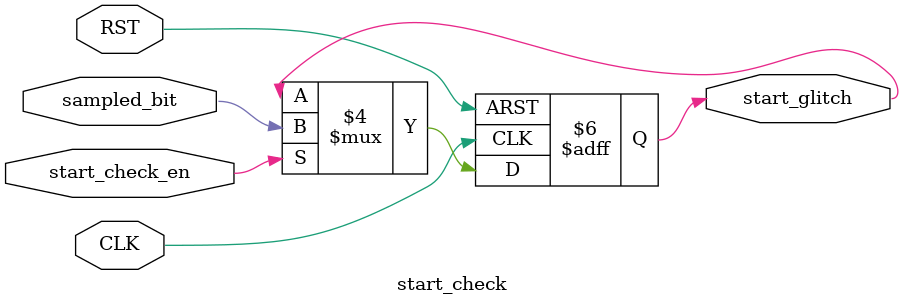
<source format=v>
module start_check (
input	wire 				CLK,
input	wire 				RST,
input	wire 				start_check_en,
input	wire 				sampled_bit,

output	reg					start_glitch
);


always @(posedge CLK, negedge RST)
 begin
	if (!RST)
	 begin
		start_glitch <= 1'b0 ;
	 end
	else if (start_check_en)
	 begin
		start_glitch <= (sampled_bit != 1'b0) ;
	 end
 end
 
endmodule
</source>
